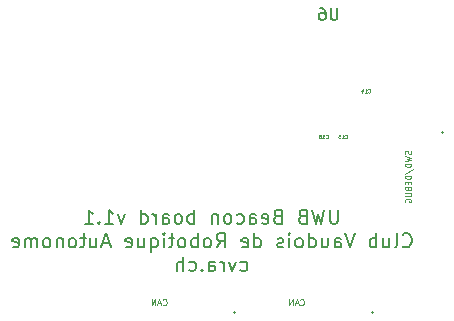
<source format=gbo>
G04 #@! TF.GenerationSoftware,KiCad,Pcbnew,no-vcs-found-bf44d39~61~ubuntu14.04.1*
G04 #@! TF.CreationDate,2018-02-05T18:36:56+01:00*
G04 #@! TF.ProjectId,beacon,626561636F6E2E6B696361645F706362,rev?*
G04 #@! TF.SameCoordinates,Original*
G04 #@! TF.FileFunction,Legend,Bot*
G04 #@! TF.FilePolarity,Positive*
%FSLAX46Y46*%
G04 Gerber Fmt 4.6, Leading zero omitted, Abs format (unit mm)*
G04 Created by KiCad (PCBNEW no-vcs-found-bf44d39~61~ubuntu14.04.1) date Mon Feb  5 18:36:56 2018*
%MOMM*%
%LPD*%
G01*
G04 APERTURE LIST*
%ADD10C,0.200000*%
%ADD11C,0.250000*%
%ADD12C,0.100000*%
%ADD13C,0.150000*%
%ADD14C,0.050000*%
G04 APERTURE END LIST*
D10*
X144835714Y-77842857D02*
X144835714Y-78814285D01*
X144778571Y-78928571D01*
X144721428Y-78985714D01*
X144607142Y-79042857D01*
X144378571Y-79042857D01*
X144264285Y-78985714D01*
X144207142Y-78928571D01*
X144150000Y-78814285D01*
X144150000Y-77842857D01*
X143692857Y-77842857D02*
X143407142Y-79042857D01*
X143178571Y-78185714D01*
X142950000Y-79042857D01*
X142664285Y-77842857D01*
X141807142Y-78414285D02*
X141635714Y-78471428D01*
X141578571Y-78528571D01*
X141521428Y-78642857D01*
X141521428Y-78814285D01*
X141578571Y-78928571D01*
X141635714Y-78985714D01*
X141750000Y-79042857D01*
X142207142Y-79042857D01*
X142207142Y-77842857D01*
X141807142Y-77842857D01*
X141692857Y-77900000D01*
X141635714Y-77957142D01*
X141578571Y-78071428D01*
X141578571Y-78185714D01*
X141635714Y-78300000D01*
X141692857Y-78357142D01*
X141807142Y-78414285D01*
X142207142Y-78414285D01*
X139692857Y-78414285D02*
X139521428Y-78471428D01*
X139464285Y-78528571D01*
X139407142Y-78642857D01*
X139407142Y-78814285D01*
X139464285Y-78928571D01*
X139521428Y-78985714D01*
X139635714Y-79042857D01*
X140092857Y-79042857D01*
X140092857Y-77842857D01*
X139692857Y-77842857D01*
X139578571Y-77900000D01*
X139521428Y-77957142D01*
X139464285Y-78071428D01*
X139464285Y-78185714D01*
X139521428Y-78300000D01*
X139578571Y-78357142D01*
X139692857Y-78414285D01*
X140092857Y-78414285D01*
X138435714Y-78985714D02*
X138550000Y-79042857D01*
X138778571Y-79042857D01*
X138892857Y-78985714D01*
X138950000Y-78871428D01*
X138950000Y-78414285D01*
X138892857Y-78300000D01*
X138778571Y-78242857D01*
X138550000Y-78242857D01*
X138435714Y-78300000D01*
X138378571Y-78414285D01*
X138378571Y-78528571D01*
X138950000Y-78642857D01*
X137350000Y-79042857D02*
X137350000Y-78414285D01*
X137407142Y-78300000D01*
X137521428Y-78242857D01*
X137750000Y-78242857D01*
X137864285Y-78300000D01*
X137350000Y-78985714D02*
X137464285Y-79042857D01*
X137750000Y-79042857D01*
X137864285Y-78985714D01*
X137921428Y-78871428D01*
X137921428Y-78757142D01*
X137864285Y-78642857D01*
X137750000Y-78585714D01*
X137464285Y-78585714D01*
X137350000Y-78528571D01*
X136264285Y-78985714D02*
X136378571Y-79042857D01*
X136607142Y-79042857D01*
X136721428Y-78985714D01*
X136778571Y-78928571D01*
X136835714Y-78814285D01*
X136835714Y-78471428D01*
X136778571Y-78357142D01*
X136721428Y-78300000D01*
X136607142Y-78242857D01*
X136378571Y-78242857D01*
X136264285Y-78300000D01*
X135578571Y-79042857D02*
X135692857Y-78985714D01*
X135750000Y-78928571D01*
X135807142Y-78814285D01*
X135807142Y-78471428D01*
X135750000Y-78357142D01*
X135692857Y-78300000D01*
X135578571Y-78242857D01*
X135407142Y-78242857D01*
X135292857Y-78300000D01*
X135235714Y-78357142D01*
X135178571Y-78471428D01*
X135178571Y-78814285D01*
X135235714Y-78928571D01*
X135292857Y-78985714D01*
X135407142Y-79042857D01*
X135578571Y-79042857D01*
X134664285Y-78242857D02*
X134664285Y-79042857D01*
X134664285Y-78357142D02*
X134607142Y-78300000D01*
X134492857Y-78242857D01*
X134321428Y-78242857D01*
X134207142Y-78300000D01*
X134150000Y-78414285D01*
X134150000Y-79042857D01*
X132664285Y-79042857D02*
X132664285Y-77842857D01*
X132664285Y-78300000D02*
X132550000Y-78242857D01*
X132321428Y-78242857D01*
X132207142Y-78300000D01*
X132150000Y-78357142D01*
X132092857Y-78471428D01*
X132092857Y-78814285D01*
X132150000Y-78928571D01*
X132207142Y-78985714D01*
X132321428Y-79042857D01*
X132550000Y-79042857D01*
X132664285Y-78985714D01*
X131407142Y-79042857D02*
X131521428Y-78985714D01*
X131578571Y-78928571D01*
X131635714Y-78814285D01*
X131635714Y-78471428D01*
X131578571Y-78357142D01*
X131521428Y-78300000D01*
X131407142Y-78242857D01*
X131235714Y-78242857D01*
X131121428Y-78300000D01*
X131064285Y-78357142D01*
X131007142Y-78471428D01*
X131007142Y-78814285D01*
X131064285Y-78928571D01*
X131121428Y-78985714D01*
X131235714Y-79042857D01*
X131407142Y-79042857D01*
X129978571Y-79042857D02*
X129978571Y-78414285D01*
X130035714Y-78300000D01*
X130150000Y-78242857D01*
X130378571Y-78242857D01*
X130492857Y-78300000D01*
X129978571Y-78985714D02*
X130092857Y-79042857D01*
X130378571Y-79042857D01*
X130492857Y-78985714D01*
X130550000Y-78871428D01*
X130550000Y-78757142D01*
X130492857Y-78642857D01*
X130378571Y-78585714D01*
X130092857Y-78585714D01*
X129978571Y-78528571D01*
X129407142Y-79042857D02*
X129407142Y-78242857D01*
X129407142Y-78471428D02*
X129350000Y-78357142D01*
X129292857Y-78300000D01*
X129178571Y-78242857D01*
X129064285Y-78242857D01*
X128150000Y-79042857D02*
X128150000Y-77842857D01*
X128150000Y-78985714D02*
X128264285Y-79042857D01*
X128492857Y-79042857D01*
X128607142Y-78985714D01*
X128664285Y-78928571D01*
X128721428Y-78814285D01*
X128721428Y-78471428D01*
X128664285Y-78357142D01*
X128607142Y-78300000D01*
X128492857Y-78242857D01*
X128264285Y-78242857D01*
X128150000Y-78300000D01*
X126778571Y-78242857D02*
X126492857Y-79042857D01*
X126207142Y-78242857D01*
X125121428Y-79042857D02*
X125807142Y-79042857D01*
X125464285Y-79042857D02*
X125464285Y-77842857D01*
X125578571Y-78014285D01*
X125692857Y-78128571D01*
X125807142Y-78185714D01*
X124607142Y-78928571D02*
X124550000Y-78985714D01*
X124607142Y-79042857D01*
X124664285Y-78985714D01*
X124607142Y-78928571D01*
X124607142Y-79042857D01*
X123407142Y-79042857D02*
X124092857Y-79042857D01*
X123750000Y-79042857D02*
X123750000Y-77842857D01*
X123864285Y-78014285D01*
X123978571Y-78128571D01*
X124092857Y-78185714D01*
X150321428Y-80928571D02*
X150378571Y-80985714D01*
X150550000Y-81042857D01*
X150664285Y-81042857D01*
X150835714Y-80985714D01*
X150950000Y-80871428D01*
X151007142Y-80757142D01*
X151064285Y-80528571D01*
X151064285Y-80357142D01*
X151007142Y-80128571D01*
X150950000Y-80014285D01*
X150835714Y-79900000D01*
X150664285Y-79842857D01*
X150550000Y-79842857D01*
X150378571Y-79900000D01*
X150321428Y-79957142D01*
X149635714Y-81042857D02*
X149750000Y-80985714D01*
X149807142Y-80871428D01*
X149807142Y-79842857D01*
X148664285Y-80242857D02*
X148664285Y-81042857D01*
X149178571Y-80242857D02*
X149178571Y-80871428D01*
X149121428Y-80985714D01*
X149007142Y-81042857D01*
X148835714Y-81042857D01*
X148721428Y-80985714D01*
X148664285Y-80928571D01*
X148092857Y-81042857D02*
X148092857Y-79842857D01*
X148092857Y-80300000D02*
X147978571Y-80242857D01*
X147750000Y-80242857D01*
X147635714Y-80300000D01*
X147578571Y-80357142D01*
X147521428Y-80471428D01*
X147521428Y-80814285D01*
X147578571Y-80928571D01*
X147635714Y-80985714D01*
X147750000Y-81042857D01*
X147978571Y-81042857D01*
X148092857Y-80985714D01*
X146264285Y-79842857D02*
X145864285Y-81042857D01*
X145464285Y-79842857D01*
X144550000Y-81042857D02*
X144550000Y-80414285D01*
X144607142Y-80300000D01*
X144721428Y-80242857D01*
X144950000Y-80242857D01*
X145064285Y-80300000D01*
X144550000Y-80985714D02*
X144664285Y-81042857D01*
X144950000Y-81042857D01*
X145064285Y-80985714D01*
X145121428Y-80871428D01*
X145121428Y-80757142D01*
X145064285Y-80642857D01*
X144950000Y-80585714D01*
X144664285Y-80585714D01*
X144550000Y-80528571D01*
X143464285Y-80242857D02*
X143464285Y-81042857D01*
X143978571Y-80242857D02*
X143978571Y-80871428D01*
X143921428Y-80985714D01*
X143807142Y-81042857D01*
X143635714Y-81042857D01*
X143521428Y-80985714D01*
X143464285Y-80928571D01*
X142378571Y-81042857D02*
X142378571Y-79842857D01*
X142378571Y-80985714D02*
X142492857Y-81042857D01*
X142721428Y-81042857D01*
X142835714Y-80985714D01*
X142892857Y-80928571D01*
X142950000Y-80814285D01*
X142950000Y-80471428D01*
X142892857Y-80357142D01*
X142835714Y-80300000D01*
X142721428Y-80242857D01*
X142492857Y-80242857D01*
X142378571Y-80300000D01*
X141635714Y-81042857D02*
X141750000Y-80985714D01*
X141807142Y-80928571D01*
X141864285Y-80814285D01*
X141864285Y-80471428D01*
X141807142Y-80357142D01*
X141750000Y-80300000D01*
X141635714Y-80242857D01*
X141464285Y-80242857D01*
X141350000Y-80300000D01*
X141292857Y-80357142D01*
X141235714Y-80471428D01*
X141235714Y-80814285D01*
X141292857Y-80928571D01*
X141350000Y-80985714D01*
X141464285Y-81042857D01*
X141635714Y-81042857D01*
X140721428Y-81042857D02*
X140721428Y-80242857D01*
X140721428Y-79842857D02*
X140778571Y-79900000D01*
X140721428Y-79957142D01*
X140664285Y-79900000D01*
X140721428Y-79842857D01*
X140721428Y-79957142D01*
X140207142Y-80985714D02*
X140092857Y-81042857D01*
X139864285Y-81042857D01*
X139750000Y-80985714D01*
X139692857Y-80871428D01*
X139692857Y-80814285D01*
X139750000Y-80700000D01*
X139864285Y-80642857D01*
X140035714Y-80642857D01*
X140150000Y-80585714D01*
X140207142Y-80471428D01*
X140207142Y-80414285D01*
X140150000Y-80300000D01*
X140035714Y-80242857D01*
X139864285Y-80242857D01*
X139750000Y-80300000D01*
X137750000Y-81042857D02*
X137750000Y-79842857D01*
X137750000Y-80985714D02*
X137864285Y-81042857D01*
X138092857Y-81042857D01*
X138207142Y-80985714D01*
X138264285Y-80928571D01*
X138321428Y-80814285D01*
X138321428Y-80471428D01*
X138264285Y-80357142D01*
X138207142Y-80300000D01*
X138092857Y-80242857D01*
X137864285Y-80242857D01*
X137750000Y-80300000D01*
X136721428Y-80985714D02*
X136835714Y-81042857D01*
X137064285Y-81042857D01*
X137178571Y-80985714D01*
X137235714Y-80871428D01*
X137235714Y-80414285D01*
X137178571Y-80300000D01*
X137064285Y-80242857D01*
X136835714Y-80242857D01*
X136721428Y-80300000D01*
X136664285Y-80414285D01*
X136664285Y-80528571D01*
X137235714Y-80642857D01*
X134550000Y-81042857D02*
X134950000Y-80471428D01*
X135235714Y-81042857D02*
X135235714Y-79842857D01*
X134778571Y-79842857D01*
X134664285Y-79900000D01*
X134607142Y-79957142D01*
X134550000Y-80071428D01*
X134550000Y-80242857D01*
X134607142Y-80357142D01*
X134664285Y-80414285D01*
X134778571Y-80471428D01*
X135235714Y-80471428D01*
X133864285Y-81042857D02*
X133978571Y-80985714D01*
X134035714Y-80928571D01*
X134092857Y-80814285D01*
X134092857Y-80471428D01*
X134035714Y-80357142D01*
X133978571Y-80300000D01*
X133864285Y-80242857D01*
X133692857Y-80242857D01*
X133578571Y-80300000D01*
X133521428Y-80357142D01*
X133464285Y-80471428D01*
X133464285Y-80814285D01*
X133521428Y-80928571D01*
X133578571Y-80985714D01*
X133692857Y-81042857D01*
X133864285Y-81042857D01*
X132950000Y-81042857D02*
X132950000Y-79842857D01*
X132950000Y-80300000D02*
X132835714Y-80242857D01*
X132607142Y-80242857D01*
X132492857Y-80300000D01*
X132435714Y-80357142D01*
X132378571Y-80471428D01*
X132378571Y-80814285D01*
X132435714Y-80928571D01*
X132492857Y-80985714D01*
X132607142Y-81042857D01*
X132835714Y-81042857D01*
X132950000Y-80985714D01*
X131692857Y-81042857D02*
X131807142Y-80985714D01*
X131864285Y-80928571D01*
X131921428Y-80814285D01*
X131921428Y-80471428D01*
X131864285Y-80357142D01*
X131807142Y-80300000D01*
X131692857Y-80242857D01*
X131521428Y-80242857D01*
X131407142Y-80300000D01*
X131350000Y-80357142D01*
X131292857Y-80471428D01*
X131292857Y-80814285D01*
X131350000Y-80928571D01*
X131407142Y-80985714D01*
X131521428Y-81042857D01*
X131692857Y-81042857D01*
X130950000Y-80242857D02*
X130492857Y-80242857D01*
X130778571Y-79842857D02*
X130778571Y-80871428D01*
X130721428Y-80985714D01*
X130607142Y-81042857D01*
X130492857Y-81042857D01*
X130092857Y-81042857D02*
X130092857Y-80242857D01*
X130092857Y-79842857D02*
X130150000Y-79900000D01*
X130092857Y-79957142D01*
X130035714Y-79900000D01*
X130092857Y-79842857D01*
X130092857Y-79957142D01*
X129007142Y-80242857D02*
X129007142Y-81442857D01*
X129007142Y-80985714D02*
X129121428Y-81042857D01*
X129350000Y-81042857D01*
X129464285Y-80985714D01*
X129521428Y-80928571D01*
X129578571Y-80814285D01*
X129578571Y-80471428D01*
X129521428Y-80357142D01*
X129464285Y-80300000D01*
X129350000Y-80242857D01*
X129121428Y-80242857D01*
X129007142Y-80300000D01*
X127921428Y-80242857D02*
X127921428Y-81042857D01*
X128435714Y-80242857D02*
X128435714Y-80871428D01*
X128378571Y-80985714D01*
X128264285Y-81042857D01*
X128092857Y-81042857D01*
X127978571Y-80985714D01*
X127921428Y-80928571D01*
X126892857Y-80985714D02*
X127007142Y-81042857D01*
X127235714Y-81042857D01*
X127350000Y-80985714D01*
X127407142Y-80871428D01*
X127407142Y-80414285D01*
X127350000Y-80300000D01*
X127235714Y-80242857D01*
X127007142Y-80242857D01*
X126892857Y-80300000D01*
X126835714Y-80414285D01*
X126835714Y-80528571D01*
X127407142Y-80642857D01*
X125464285Y-80700000D02*
X124892857Y-80700000D01*
X125578571Y-81042857D02*
X125178571Y-79842857D01*
X124778571Y-81042857D01*
X123864285Y-80242857D02*
X123864285Y-81042857D01*
X124378571Y-80242857D02*
X124378571Y-80871428D01*
X124321428Y-80985714D01*
X124207142Y-81042857D01*
X124035714Y-81042857D01*
X123921428Y-80985714D01*
X123864285Y-80928571D01*
X123464285Y-80242857D02*
X123007142Y-80242857D01*
X123292857Y-79842857D02*
X123292857Y-80871428D01*
X123235714Y-80985714D01*
X123121428Y-81042857D01*
X123007142Y-81042857D01*
X122435714Y-81042857D02*
X122550000Y-80985714D01*
X122607142Y-80928571D01*
X122664285Y-80814285D01*
X122664285Y-80471428D01*
X122607142Y-80357142D01*
X122550000Y-80300000D01*
X122435714Y-80242857D01*
X122264285Y-80242857D01*
X122150000Y-80300000D01*
X122092857Y-80357142D01*
X122035714Y-80471428D01*
X122035714Y-80814285D01*
X122092857Y-80928571D01*
X122150000Y-80985714D01*
X122264285Y-81042857D01*
X122435714Y-81042857D01*
X121521428Y-80242857D02*
X121521428Y-81042857D01*
X121521428Y-80357142D02*
X121464285Y-80300000D01*
X121350000Y-80242857D01*
X121178571Y-80242857D01*
X121064285Y-80300000D01*
X121007142Y-80414285D01*
X121007142Y-81042857D01*
X120264285Y-81042857D02*
X120378571Y-80985714D01*
X120435714Y-80928571D01*
X120492857Y-80814285D01*
X120492857Y-80471428D01*
X120435714Y-80357142D01*
X120378571Y-80300000D01*
X120264285Y-80242857D01*
X120092857Y-80242857D01*
X119978571Y-80300000D01*
X119921428Y-80357142D01*
X119864285Y-80471428D01*
X119864285Y-80814285D01*
X119921428Y-80928571D01*
X119978571Y-80985714D01*
X120092857Y-81042857D01*
X120264285Y-81042857D01*
X119350000Y-81042857D02*
X119350000Y-80242857D01*
X119350000Y-80357142D02*
X119292857Y-80300000D01*
X119178571Y-80242857D01*
X119007142Y-80242857D01*
X118892857Y-80300000D01*
X118835714Y-80414285D01*
X118835714Y-81042857D01*
X118835714Y-80414285D02*
X118778571Y-80300000D01*
X118664285Y-80242857D01*
X118492857Y-80242857D01*
X118378571Y-80300000D01*
X118321428Y-80414285D01*
X118321428Y-81042857D01*
X117292857Y-80985714D02*
X117407142Y-81042857D01*
X117635714Y-81042857D01*
X117750000Y-80985714D01*
X117807142Y-80871428D01*
X117807142Y-80414285D01*
X117750000Y-80300000D01*
X117635714Y-80242857D01*
X117407142Y-80242857D01*
X117292857Y-80300000D01*
X117235714Y-80414285D01*
X117235714Y-80528571D01*
X117807142Y-80642857D01*
X136578571Y-82985714D02*
X136692857Y-83042857D01*
X136921428Y-83042857D01*
X137035714Y-82985714D01*
X137092857Y-82928571D01*
X137150000Y-82814285D01*
X137150000Y-82471428D01*
X137092857Y-82357142D01*
X137035714Y-82300000D01*
X136921428Y-82242857D01*
X136692857Y-82242857D01*
X136578571Y-82300000D01*
X136178571Y-82242857D02*
X135892857Y-83042857D01*
X135607142Y-82242857D01*
X135150000Y-83042857D02*
X135150000Y-82242857D01*
X135150000Y-82471428D02*
X135092857Y-82357142D01*
X135035714Y-82300000D01*
X134921428Y-82242857D01*
X134807142Y-82242857D01*
X133892857Y-83042857D02*
X133892857Y-82414285D01*
X133950000Y-82300000D01*
X134064285Y-82242857D01*
X134292857Y-82242857D01*
X134407142Y-82300000D01*
X133892857Y-82985714D02*
X134007142Y-83042857D01*
X134292857Y-83042857D01*
X134407142Y-82985714D01*
X134464285Y-82871428D01*
X134464285Y-82757142D01*
X134407142Y-82642857D01*
X134292857Y-82585714D01*
X134007142Y-82585714D01*
X133892857Y-82528571D01*
X133321428Y-82928571D02*
X133264285Y-82985714D01*
X133321428Y-83042857D01*
X133378571Y-82985714D01*
X133321428Y-82928571D01*
X133321428Y-83042857D01*
X132235714Y-82985714D02*
X132350000Y-83042857D01*
X132578571Y-83042857D01*
X132692857Y-82985714D01*
X132750000Y-82928571D01*
X132807142Y-82814285D01*
X132807142Y-82471428D01*
X132750000Y-82357142D01*
X132692857Y-82300000D01*
X132578571Y-82242857D01*
X132350000Y-82242857D01*
X132235714Y-82300000D01*
X131721428Y-83042857D02*
X131721428Y-81842857D01*
X131207142Y-83042857D02*
X131207142Y-82414285D01*
X131264285Y-82300000D01*
X131378571Y-82242857D01*
X131550000Y-82242857D01*
X131664285Y-82300000D01*
X131721428Y-82357142D01*
D11*
X153650000Y-71250000D02*
X153640000Y-71250000D01*
X136050000Y-86500000D02*
X136050000Y-86490000D01*
X147675000Y-86500000D02*
X147675000Y-86490000D01*
D12*
X151002380Y-72871428D02*
X151026190Y-72942857D01*
X151026190Y-73061904D01*
X151002380Y-73109523D01*
X150978571Y-73133333D01*
X150930952Y-73157142D01*
X150883333Y-73157142D01*
X150835714Y-73133333D01*
X150811904Y-73109523D01*
X150788095Y-73061904D01*
X150764285Y-72966666D01*
X150740476Y-72919047D01*
X150716666Y-72895238D01*
X150669047Y-72871428D01*
X150621428Y-72871428D01*
X150573809Y-72895238D01*
X150550000Y-72919047D01*
X150526190Y-72966666D01*
X150526190Y-73085714D01*
X150550000Y-73157142D01*
X150526190Y-73323809D02*
X151026190Y-73442857D01*
X150669047Y-73538095D01*
X151026190Y-73633333D01*
X150526190Y-73752380D01*
X151026190Y-73942857D02*
X150526190Y-73942857D01*
X150526190Y-74061904D01*
X150550000Y-74133333D01*
X150597619Y-74180952D01*
X150645238Y-74204761D01*
X150740476Y-74228571D01*
X150811904Y-74228571D01*
X150907142Y-74204761D01*
X150954761Y-74180952D01*
X151002380Y-74133333D01*
X151026190Y-74061904D01*
X151026190Y-73942857D01*
X150502380Y-74800000D02*
X151145238Y-74371428D01*
X151026190Y-74966666D02*
X150526190Y-74966666D01*
X150526190Y-75085714D01*
X150550000Y-75157142D01*
X150597619Y-75204761D01*
X150645238Y-75228571D01*
X150740476Y-75252380D01*
X150811904Y-75252380D01*
X150907142Y-75228571D01*
X150954761Y-75204761D01*
X151002380Y-75157142D01*
X151026190Y-75085714D01*
X151026190Y-74966666D01*
X150764285Y-75466666D02*
X150764285Y-75633333D01*
X151026190Y-75704761D02*
X151026190Y-75466666D01*
X150526190Y-75466666D01*
X150526190Y-75704761D01*
X150764285Y-76085714D02*
X150788095Y-76157142D01*
X150811904Y-76180952D01*
X150859523Y-76204761D01*
X150930952Y-76204761D01*
X150978571Y-76180952D01*
X151002380Y-76157142D01*
X151026190Y-76109523D01*
X151026190Y-75919047D01*
X150526190Y-75919047D01*
X150526190Y-76085714D01*
X150550000Y-76133333D01*
X150573809Y-76157142D01*
X150621428Y-76180952D01*
X150669047Y-76180952D01*
X150716666Y-76157142D01*
X150740476Y-76133333D01*
X150764285Y-76085714D01*
X150764285Y-75919047D01*
X150526190Y-76419047D02*
X150930952Y-76419047D01*
X150978571Y-76442857D01*
X151002380Y-76466666D01*
X151026190Y-76514285D01*
X151026190Y-76609523D01*
X151002380Y-76657142D01*
X150978571Y-76680952D01*
X150930952Y-76704761D01*
X150526190Y-76704761D01*
X150550000Y-77204761D02*
X150526190Y-77157142D01*
X150526190Y-77085714D01*
X150550000Y-77014285D01*
X150597619Y-76966666D01*
X150645238Y-76942857D01*
X150740476Y-76919047D01*
X150811904Y-76919047D01*
X150907142Y-76942857D01*
X150954761Y-76966666D01*
X151002380Y-77014285D01*
X151026190Y-77085714D01*
X151026190Y-77133333D01*
X151002380Y-77204761D01*
X150978571Y-77228571D01*
X150811904Y-77228571D01*
X150811904Y-77133333D01*
X130021428Y-85878571D02*
X130045238Y-85902380D01*
X130116666Y-85926190D01*
X130164285Y-85926190D01*
X130235714Y-85902380D01*
X130283333Y-85854761D01*
X130307142Y-85807142D01*
X130330952Y-85711904D01*
X130330952Y-85640476D01*
X130307142Y-85545238D01*
X130283333Y-85497619D01*
X130235714Y-85450000D01*
X130164285Y-85426190D01*
X130116666Y-85426190D01*
X130045238Y-85450000D01*
X130021428Y-85473809D01*
X129830952Y-85783333D02*
X129592857Y-85783333D01*
X129878571Y-85926190D02*
X129711904Y-85426190D01*
X129545238Y-85926190D01*
X129378571Y-85926190D02*
X129378571Y-85426190D01*
X129092857Y-85926190D01*
X129092857Y-85426190D01*
X141646428Y-85878571D02*
X141670238Y-85902380D01*
X141741666Y-85926190D01*
X141789285Y-85926190D01*
X141860714Y-85902380D01*
X141908333Y-85854761D01*
X141932142Y-85807142D01*
X141955952Y-85711904D01*
X141955952Y-85640476D01*
X141932142Y-85545238D01*
X141908333Y-85497619D01*
X141860714Y-85450000D01*
X141789285Y-85426190D01*
X141741666Y-85426190D01*
X141670238Y-85450000D01*
X141646428Y-85473809D01*
X141455952Y-85783333D02*
X141217857Y-85783333D01*
X141503571Y-85926190D02*
X141336904Y-85426190D01*
X141170238Y-85926190D01*
X141003571Y-85926190D02*
X141003571Y-85426190D01*
X140717857Y-85926190D01*
X140717857Y-85426190D01*
D13*
X144786904Y-60777380D02*
X144786904Y-61586904D01*
X144739285Y-61682142D01*
X144691666Y-61729761D01*
X144596428Y-61777380D01*
X144405952Y-61777380D01*
X144310714Y-61729761D01*
X144263095Y-61682142D01*
X144215476Y-61586904D01*
X144215476Y-60777380D01*
X143310714Y-60777380D02*
X143501190Y-60777380D01*
X143596428Y-60825000D01*
X143644047Y-60872619D01*
X143739285Y-61015476D01*
X143786904Y-61205952D01*
X143786904Y-61586904D01*
X143739285Y-61682142D01*
X143691666Y-61729761D01*
X143596428Y-61777380D01*
X143405952Y-61777380D01*
X143310714Y-61729761D01*
X143263095Y-61682142D01*
X143215476Y-61586904D01*
X143215476Y-61348809D01*
X143263095Y-61253571D01*
X143310714Y-61205952D01*
X143405952Y-61158333D01*
X143596428Y-61158333D01*
X143691666Y-61205952D01*
X143739285Y-61253571D01*
X143786904Y-61348809D01*
D14*
X147392857Y-67907142D02*
X147407142Y-67921428D01*
X147450000Y-67935714D01*
X147478571Y-67935714D01*
X147521428Y-67921428D01*
X147550000Y-67892857D01*
X147564285Y-67864285D01*
X147578571Y-67807142D01*
X147578571Y-67764285D01*
X147564285Y-67707142D01*
X147550000Y-67678571D01*
X147521428Y-67650000D01*
X147478571Y-67635714D01*
X147450000Y-67635714D01*
X147407142Y-67650000D01*
X147392857Y-67664285D01*
X147107142Y-67935714D02*
X147278571Y-67935714D01*
X147192857Y-67935714D02*
X147192857Y-67635714D01*
X147221428Y-67678571D01*
X147250000Y-67707142D01*
X147278571Y-67721428D01*
X146850000Y-67735714D02*
X146850000Y-67935714D01*
X146921428Y-67621428D02*
X146992857Y-67835714D01*
X146807142Y-67835714D01*
X143792857Y-71757142D02*
X143807142Y-71771428D01*
X143850000Y-71785714D01*
X143878571Y-71785714D01*
X143921428Y-71771428D01*
X143950000Y-71742857D01*
X143964285Y-71714285D01*
X143978571Y-71657142D01*
X143978571Y-71614285D01*
X143964285Y-71557142D01*
X143950000Y-71528571D01*
X143921428Y-71500000D01*
X143878571Y-71485714D01*
X143850000Y-71485714D01*
X143807142Y-71500000D01*
X143792857Y-71514285D01*
X143507142Y-71785714D02*
X143678571Y-71785714D01*
X143592857Y-71785714D02*
X143592857Y-71485714D01*
X143621428Y-71528571D01*
X143650000Y-71557142D01*
X143678571Y-71571428D01*
X143250000Y-71485714D02*
X143307142Y-71485714D01*
X143335714Y-71500000D01*
X143350000Y-71514285D01*
X143378571Y-71557142D01*
X143392857Y-71614285D01*
X143392857Y-71728571D01*
X143378571Y-71757142D01*
X143364285Y-71771428D01*
X143335714Y-71785714D01*
X143278571Y-71785714D01*
X143250000Y-71771428D01*
X143235714Y-71757142D01*
X143221428Y-71728571D01*
X143221428Y-71657142D01*
X143235714Y-71628571D01*
X143250000Y-71614285D01*
X143278571Y-71600000D01*
X143335714Y-71600000D01*
X143364285Y-71614285D01*
X143378571Y-71628571D01*
X143392857Y-71657142D01*
X145442857Y-71757142D02*
X145457142Y-71771428D01*
X145500000Y-71785714D01*
X145528571Y-71785714D01*
X145571428Y-71771428D01*
X145600000Y-71742857D01*
X145614285Y-71714285D01*
X145628571Y-71657142D01*
X145628571Y-71614285D01*
X145614285Y-71557142D01*
X145600000Y-71528571D01*
X145571428Y-71500000D01*
X145528571Y-71485714D01*
X145500000Y-71485714D01*
X145457142Y-71500000D01*
X145442857Y-71514285D01*
X145157142Y-71785714D02*
X145328571Y-71785714D01*
X145242857Y-71785714D02*
X145242857Y-71485714D01*
X145271428Y-71528571D01*
X145300000Y-71557142D01*
X145328571Y-71571428D01*
X144885714Y-71485714D02*
X145028571Y-71485714D01*
X145042857Y-71628571D01*
X145028571Y-71614285D01*
X145000000Y-71600000D01*
X144928571Y-71600000D01*
X144900000Y-71614285D01*
X144885714Y-71628571D01*
X144871428Y-71657142D01*
X144871428Y-71728571D01*
X144885714Y-71757142D01*
X144900000Y-71771428D01*
X144928571Y-71785714D01*
X145000000Y-71785714D01*
X145028571Y-71771428D01*
X145042857Y-71757142D01*
M02*

</source>
